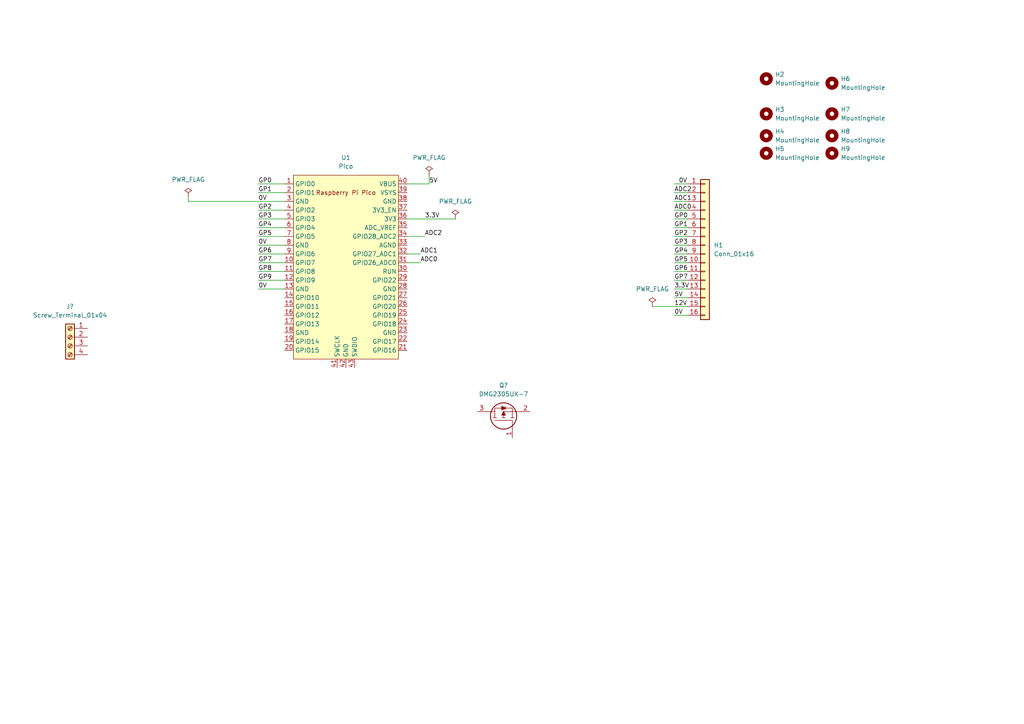
<source format=kicad_sch>
(kicad_sch (version 20211123) (generator eeschema)
  (paper "A4")
  (lib_symbols
    (symbol "Connector:Screw_Terminal_01x04" (pin_names (offset 1.016) hide)
      (property "Reference" "J" (at 0 5.08 0))
      (property "Value" "Screw_Terminal_01x04" (at 0 -7.62 0))
      (symbol "Screw_Terminal_01x04_1_1"
        (rectangle (start -1.27 3.81) (end 1.27 -6.35) (stroke (width 0.254)) (fill (type background)))
        (circle (center 0 -5.08) (radius 0.635) (stroke (width 0.1524)))
        (circle (center 0 -2.54) (radius 0.635) (stroke (width 0.1524)))
        (polyline (pts (xy -0.5334 -4.7498) (xy 0.3302 -5.588)) (stroke (width 0.1524)))
        (polyline (pts (xy -0.5334 -2.2098) (xy 0.3302 -3.048)) (stroke (width 0.1524)))
        (polyline (pts (xy -0.5334 0.3302) (xy 0.3302 -0.508)) (stroke (width 0.1524)))
        (polyline (pts (xy -0.5334 2.8702) (xy 0.3302 2.032)) (stroke (width 0.1524)))
        (polyline (pts (xy -0.3556 -4.572) (xy 0.508 -5.4102)) (stroke (width 0.1524)))
        (polyline (pts (xy -0.3556 -2.032) (xy 0.508 -2.8702)) (stroke (width 0.1524)))
        (polyline (pts (xy -0.3556 0.508) (xy 0.508 -0.3302)) (stroke (width 0.1524)))
        (polyline (pts (xy -0.3556 3.048) (xy 0.508 2.2098)) (stroke (width 0.1524)))
        (circle (center 0 0) (radius 0.635) (stroke (width 0.1524)))
        (circle (center 0 2.54) (radius 0.635) (stroke (width 0.1524)))
        (pin passive line (at -5.08 2.54 0) (length 3.81) (name "Pin_1") (number "1"))
        (pin passive line (at -5.08 0 0) (length 3.81) (name "Pin_2") (number "2"))
        (pin passive line (at -5.08 -2.54 0) (length 3.81) (name "Pin_3") (number "3"))
        (pin passive line (at -5.08 -5.08 0) (length 3.81) (name "Pin_4") (number "4"))
      )
    )
    (symbol "Connector_Generic:Conn_01x16" (pin_names (offset 1.016) hide)
      (property "Reference" "J" (at 0 20.32 0))
      (property "Value" "Conn_01x16" (at 0 -22.86 0))
      (symbol "Conn_01x16_1_1"
        (rectangle (start -1.27 -20.193) (end 0 -20.447) (stroke (width 0.1524)))
        (rectangle (start -1.27 -17.653) (end 0 -17.907) (stroke (width 0.1524)))
        (rectangle (start -1.27 -15.113) (end 0 -15.367) (stroke (width 0.1524)))
        (rectangle (start -1.27 -12.573) (end 0 -12.827) (stroke (width 0.1524)))
        (rectangle (start -1.27 -10.033) (end 0 -10.287) (stroke (width 0.1524)))
        (rectangle (start -1.27 -7.493) (end 0 -7.747) (stroke (width 0.1524)))
        (rectangle (start -1.27 -4.953) (end 0 -5.207) (stroke (width 0.1524)))
        (rectangle (start -1.27 -2.413) (end 0 -2.667) (stroke (width 0.1524)))
        (rectangle (start -1.27 0.127) (end 0 -0.127) (stroke (width 0.1524)))
        (rectangle (start -1.27 2.667) (end 0 2.413) (stroke (width 0.1524)))
        (rectangle (start -1.27 5.207) (end 0 4.953) (stroke (width 0.1524)))
        (rectangle (start -1.27 7.747) (end 0 7.493) (stroke (width 0.1524)))
        (rectangle (start -1.27 10.287) (end 0 10.033) (stroke (width 0.1524)))
        (rectangle (start -1.27 12.827) (end 0 12.573) (stroke (width 0.1524)))
        (rectangle (start -1.27 15.367) (end 0 15.113) (stroke (width 0.1524)))
        (rectangle (start -1.27 17.907) (end 0 17.653) (stroke (width 0.1524)))
        (rectangle (start -1.27 19.05) (end 1.27 -21.59) (stroke (width 0.254)) (fill (type background)))
        (pin passive line (at -5.08 17.78 0) (length 3.81) (name "Pin_1") (number "1"))
        (pin passive line (at -5.08 -5.08 0) (length 3.81) (name "Pin_10") (number "10"))
        (pin passive line (at -5.08 -7.62 0) (length 3.81) (name "Pin_11") (number "11"))
        (pin passive line (at -5.08 -10.16 0) (length 3.81) (name "Pin_12") (number "12"))
        (pin passive line (at -5.08 -12.7 0) (length 3.81) (name "Pin_13") (number "13"))
        (pin passive line (at -5.08 -15.24 0) (length 3.81) (name "Pin_14") (number "14"))
        (pin passive line (at -5.08 -17.78 0) (length 3.81) (name "Pin_15") (number "15"))
        (pin passive line (at -5.08 -20.32 0) (length 3.81) (name "Pin_16") (number "16"))
        (pin passive line (at -5.08 15.24 0) (length 3.81) (name "Pin_2") (number "2"))
        (pin passive line (at -5.08 12.7 0) (length 3.81) (name "Pin_3") (number "3"))
        (pin passive line (at -5.08 10.16 0) (length 3.81) (name "Pin_4") (number "4"))
        (pin passive line (at -5.08 7.62 0) (length 3.81) (name "Pin_5") (number "5"))
        (pin passive line (at -5.08 5.08 0) (length 3.81) (name "Pin_6") (number "6"))
        (pin passive line (at -5.08 2.54 0) (length 3.81) (name "Pin_7") (number "7"))
        (pin passive line (at -5.08 0 0) (length 3.81) (name "Pin_8") (number "8"))
        (pin passive line (at -5.08 -2.54 0) (length 3.81) (name "Pin_9") (number "9"))
      )
    )
    (symbol "DMG2305:DMG2305UX-7" (pin_names (offset 0.762))
      (property "Reference" "Q" (at 11.43 3.81 0))
      (property "Value" "DMG2305UX-7" (at 11.43 1.27 0))
      (symbol "DMG2305UX-7_0_0"
        (pin passive line (at 0 0 0) (length 2.54) (name "~") (number "1"))
        (pin passive line (at 7.62 -5.08 90) (length 2.54) (name "~") (number "2"))
        (pin passive line (at 7.62 10.16 270) (length 2.54) (name "~") (number "3"))
      )
      (symbol "DMG2305UX-7_0_1"
        (polyline (pts (xy 5.842 -0.508) (xy 5.842 0.508)) (stroke (width 0.1524)))
        (polyline (pts (xy 5.842 0) (xy 7.62 0)) (stroke (width 0.1524)))
        (polyline (pts (xy 5.842 2.032) (xy 5.842 3.048)) (stroke (width 0.1524)))
        (polyline (pts (xy 5.842 5.588) (xy 5.842 4.572)) (stroke (width 0.1524)))
        (polyline (pts (xy 7.62 2.54) (xy 5.842 2.54)) (stroke (width 0.1524)))
        (polyline (pts (xy 7.62 2.54) (xy 7.62 -2.54)) (stroke (width 0.1524)))
        (polyline (pts (xy 7.62 5.08) (xy 5.842 5.08)) (stroke (width 0.1524)))
        (polyline (pts (xy 7.62 5.08) (xy 7.62 7.62)) (stroke (width 0.1524)))
        (polyline (pts (xy 8.128 2.032) (xy 9.144 2.032)) (stroke (width 0.1524)))
        (polyline (pts (xy 2.54 0) (xy 5.08 0) (xy 5.08 5.08)) (stroke (width 0.1524)))
        (polyline (pts (xy 8.636 2.032) (xy 8.636 0) (xy 7.62 0)) (stroke (width 0.1524)))
        (polyline (pts (xy 8.636 3.048) (xy 8.636 5.08) (xy 7.62 5.08)) (stroke (width 0.1524)))
        (polyline (pts (xy 7.62 2.54) (xy 6.604 3.048) (xy 6.604 2.032) (xy 7.62 2.54)) (stroke (width 0.254)) (fill (type outline)))
        (polyline (pts (xy 8.636 2.032) (xy 8.128 3.048) (xy 9.144 3.048) (xy 8.636 2.032)) (stroke (width 0.254)) (fill (type outline)))
        (circle (center 6.35 2.54) (radius 3.81) (stroke (width 0.254)))
      )
    )
    (symbol "MCU_RaspberryPi_and_Boards:Pico"
      (property "Reference" "U" (at -13.97 27.94 0))
      (property "Value" "Pico" (at 0 19.05 0))
      (symbol "Pico_0_0"
        (text "Raspberry Pi Pico" (at 0 21.59 0) (effects (font (size 1.27 1.27))))
      )
      (symbol "Pico_0_1"
        (rectangle (start -15.24 26.67) (end 15.24 -26.67) (fill (type background)))
      )
      (symbol "Pico_1_1"
        (pin bidirectional line (at -17.78 24.13 0) (length 2.54) (name "GPIO0") (number "1"))
        (pin bidirectional line (at -17.78 1.27 0) (length 2.54) (name "GPIO7") (number "10"))
        (pin bidirectional line (at -17.78 -1.27 0) (length 2.54) (name "GPIO8") (number "11"))
        (pin bidirectional line (at -17.78 -3.81 0) (length 2.54) (name "GPIO9") (number "12"))
        (pin power_in line (at -17.78 -6.35 0) (length 2.54) (name "GND") (number "13"))
        (pin bidirectional line (at -17.78 -8.89 0) (length 2.54) (name "GPIO10") (number "14"))
        (pin bidirectional line (at -17.78 -11.43 0) (length 2.54) (name "GPIO11") (number "15"))
        (pin bidirectional line (at -17.78 -13.97 0) (length 2.54) (name "GPIO12") (number "16"))
        (pin bidirectional line (at -17.78 -16.51 0) (length 2.54) (name "GPIO13") (number "17"))
        (pin power_in line (at -17.78 -19.05 0) (length 2.54) (name "GND") (number "18"))
        (pin bidirectional line (at -17.78 -21.59 0) (length 2.54) (name "GPIO14") (number "19"))
        (pin bidirectional line (at -17.78 21.59 0) (length 2.54) (name "GPIO1") (number "2"))
        (pin bidirectional line (at -17.78 -24.13 0) (length 2.54) (name "GPIO15") (number "20"))
        (pin bidirectional line (at 17.78 -24.13 180) (length 2.54) (name "GPIO16") (number "21"))
        (pin bidirectional line (at 17.78 -21.59 180) (length 2.54) (name "GPIO17") (number "22"))
        (pin power_in line (at 17.78 -19.05 180) (length 2.54) (name "GND") (number "23"))
        (pin bidirectional line (at 17.78 -16.51 180) (length 2.54) (name "GPIO18") (number "24"))
        (pin bidirectional line (at 17.78 -13.97 180) (length 2.54) (name "GPIO19") (number "25"))
        (pin bidirectional line (at 17.78 -11.43 180) (length 2.54) (name "GPIO20") (number "26"))
        (pin bidirectional line (at 17.78 -8.89 180) (length 2.54) (name "GPIO21") (number "27"))
        (pin power_in line (at 17.78 -6.35 180) (length 2.54) (name "GND") (number "28"))
        (pin bidirectional line (at 17.78 -3.81 180) (length 2.54) (name "GPIO22") (number "29"))
        (pin power_in line (at -17.78 19.05 0) (length 2.54) (name "GND") (number "3"))
        (pin input line (at 17.78 -1.27 180) (length 2.54) (name "RUN") (number "30"))
        (pin bidirectional line (at 17.78 1.27 180) (length 2.54) (name "GPIO26_ADC0") (number "31"))
        (pin bidirectional line (at 17.78 3.81 180) (length 2.54) (name "GPIO27_ADC1") (number "32"))
        (pin power_in line (at 17.78 6.35 180) (length 2.54) (name "AGND") (number "33"))
        (pin bidirectional line (at 17.78 8.89 180) (length 2.54) (name "GPIO28_ADC2") (number "34"))
        (pin power_in line (at 17.78 11.43 180) (length 2.54) (name "ADC_VREF") (number "35"))
        (pin power_in line (at 17.78 13.97 180) (length 2.54) (name "3V3") (number "36"))
        (pin input line (at 17.78 16.51 180) (length 2.54) (name "3V3_EN") (number "37"))
        (pin bidirectional line (at 17.78 19.05 180) (length 2.54) (name "GND") (number "38"))
        (pin power_in line (at 17.78 21.59 180) (length 2.54) (name "VSYS") (number "39"))
        (pin bidirectional line (at -17.78 16.51 0) (length 2.54) (name "GPIO2") (number "4"))
        (pin power_in line (at 17.78 24.13 180) (length 2.54) (name "VBUS") (number "40"))
        (pin input line (at -2.54 -29.21 90) (length 2.54) (name "SWCLK") (number "41"))
        (pin power_in line (at 0 -29.21 90) (length 2.54) (name "GND") (number "42"))
        (pin bidirectional line (at 2.54 -29.21 90) (length 2.54) (name "SWDIO") (number "43"))
        (pin bidirectional line (at -17.78 13.97 0) (length 2.54) (name "GPIO3") (number "5"))
        (pin bidirectional line (at -17.78 11.43 0) (length 2.54) (name "GPIO4") (number "6"))
        (pin bidirectional line (at -17.78 8.89 0) (length 2.54) (name "GPIO5") (number "7"))
        (pin power_in line (at -17.78 6.35 0) (length 2.54) (name "GND") (number "8"))
        (pin bidirectional line (at -17.78 3.81 0) (length 2.54) (name "GPIO6") (number "9"))
      )
    )
    (symbol "Mechanical:MountingHole" (pin_names (offset 1.016))
      (property "Reference" "H" (at 0 5.08 0))
      (property "Value" "MountingHole" (at 0 3.175 0))
      (symbol "MountingHole_0_1"
        (circle (center 0 0) (radius 1.27) (stroke (width 1.27)))
      )
    )
    (symbol "power:PWR_FLAG" (power) (pin_numbers hide) (pin_names (offset 0) hide)
      (property "Value" "PWR_FLAG" (at 0 3.81 0))
      (symbol "PWR_FLAG_0_0"
        (pin power_out line (at 0 0 90) (length 0) (name "pwr") (number "1"))
      )
      (symbol "PWR_FLAG_0_1"
        (polyline (pts (xy 0 0) (xy 0 1.27) (xy -1.016 1.905) (xy 0 2.54) (xy 1.016 1.905) (xy 0 1.27)))
      )
    )
  )
  (wire (pts (xy 118.11 63.5) (xy 132.08 63.5)))
  (wire (pts (xy 195.58 73.66) (xy 199.39 73.66)))
  (wire (pts (xy 124.46 50.8) (xy 124.46 53.34)))
  (wire (pts (xy 195.58 63.5) (xy 199.39 63.5)))
  (wire (pts (xy 195.58 58.42) (xy 199.39 58.42)))
  (wire (pts (xy 195.58 55.88) (xy 199.39 55.88)))
  (wire (pts (xy 74.93 60.96) (xy 82.55 60.96)))
  (wire (pts (xy 74.93 63.5) (xy 82.55 63.5)))
  (wire (pts (xy 118.11 68.58) (xy 123.19 68.58)))
  (wire (pts (xy 118.11 76.2) (xy 121.92 76.2)))
  (wire (pts (xy 195.58 53.34) (xy 199.39 53.34)))
  (wire (pts (xy 195.58 60.96) (xy 199.39 60.96)))
  (wire (pts (xy 74.93 78.74) (xy 82.55 78.74)))
  (wire (pts (xy 74.93 73.66) (xy 82.55 73.66)))
  (wire (pts (xy 189.23 88.9) (xy 199.39 88.9)))
  (wire (pts (xy 54.61 58.42) (xy 82.55 58.42)))
  (wire (pts (xy 74.93 71.12) (xy 82.55 71.12)))
  (wire (pts (xy 118.11 73.66) (xy 121.92 73.66)))
  (wire (pts (xy 74.93 81.28) (xy 82.55 81.28)))
  (wire (pts (xy 74.93 66.04) (xy 82.55 66.04)))
  (wire (pts (xy 74.93 83.82) (xy 82.55 83.82)))
  (wire (pts (xy 54.61 57.15) (xy 54.61 58.42)))
  (wire (pts (xy 195.58 86.36) (xy 199.39 86.36)))
  (wire (pts (xy 118.11 53.34) (xy 124.46 53.34)))
  (wire (pts (xy 195.58 91.44) (xy 199.39 91.44)))
  (wire (pts (xy 195.58 71.12) (xy 199.39 71.12)))
  (wire (pts (xy 195.58 81.28) (xy 199.39 81.28)))
  (wire (pts (xy 195.58 66.04) (xy 199.39 66.04)))
  (wire (pts (xy 74.93 68.58) (xy 82.55 68.58)))
  (wire (pts (xy 74.93 55.88) (xy 82.55 55.88)))
  (wire (pts (xy 74.93 53.34) (xy 82.55 53.34)))
  (wire (pts (xy 195.58 76.2) (xy 199.39 76.2)))
  (wire (pts (xy 74.93 76.2) (xy 82.55 76.2)))
  (wire (pts (xy 195.58 78.74) (xy 199.39 78.74)))
  (wire (pts (xy 195.58 83.82) (xy 199.39 83.82)))
  (wire (pts (xy 195.58 68.58) (xy 199.39 68.58)))
  (label "5V" (at 195.58 86.36 0))
  (label "ADC1" (at 195.58 58.42 0))
  (label "0V" (at 196.85 53.34 0))
  (label "3.3V" (at 195.58 83.82 0))
  (label "GP8" (at 74.93 78.74 0))
  (label "GP3" (at 195.58 71.12 0))
  (label "GP5" (at 195.58 76.2 0))
  (label "GP1" (at 74.93 55.88 0))
  (label "ADC0" (at 195.58 60.96 0))
  (label "ADC2" (at 123.19 68.58 0))
  (label "GP6" (at 74.93 73.66 0))
  (label "GP7" (at 195.58 81.28 0))
  (label "0V" (at 74.93 83.82 0))
  (label "GP7" (at 74.93 76.2 0))
  (label "GP6" (at 195.58 78.74 0))
  (label "5V" (at 124.46 53.34 0))
  (label "12V" (at 195.58 88.9 0))
  (label "GP9" (at 74.93 81.28 0))
  (label "0V" (at 74.93 71.12 0))
  (label "GP0" (at 195.58 63.5 0))
  (label "0V" (at 195.58 91.44 0))
  (label "GP4" (at 74.93 66.04 0))
  (label "GP2" (at 195.58 68.58 0))
  (label "GP0" (at 74.93 53.34 0))
  (label "GP1" (at 195.58 66.04 0))
  (label "GP5" (at 74.93 68.58 0))
  (label "0V" (at 74.93 58.42 0))
  (label "3.3V" (at 123.19 63.5 0))
  (label "ADC1" (at 121.92 73.66 0))
  (label "GP3" (at 74.93 63.5 0))
  (label "GP2" (at 74.93 60.96 0))
  (label "ADC0" (at 121.92 76.2 0))
  (label "ADC2" (at 195.58 55.88 0))
  (label "GP4" (at 195.58 73.66 0))
  (symbol (lib_id "Connector_Generic:Conn_01x16") (at 204.47 71.12 0) (unit 1)
    (property "Reference" "H1" (at 207.01 71.1199 0) (effects (justify left)))
    (property "Value" "Conn_01x16" (at 207.01 73.6599 0) (effects (justify left)))
    (property "Footprint" "Connector_PinHeader_2.54mm:PinHeader_1x16_P2.54mm_Vertical" (effects hide))
  )
  (symbol (lib_id "DMG2305:DMG2305UX-7") (at 148.59 127 90) (unit 1)
    (property "Reference" "Q?" (at 146.05 111.76 90))
    (property "Value" "DMG2305UX-7" (at 146.05 114.3 90))
    (property "Footprint" "SOT96P240X110-3N" (effects hide))
    (property "Datasheet" "https://www.diodes.com/assets/Datasheets/DMG2305UX.pdf" (effects hide))
    (property "Description" "MOSFET P-Ch 20V 5A Enhancement SOT23 Diodes Inc DMG2305UX-7 P-channel MOSFET Transistor, -3.3 A, -20 V, 3-Pin SOT-23" (effects hide))
    (property "Height" "1.1" (effects hide))
    (property "Mouser Part Number" "621-DMG2305UX-7" (effects hide))
    (property "Mouser Price/Stock" "https://www.mouser.co.uk/ProductDetail/Diodes-Incorporated/DMG2305UX-7?qs=L1DZKBg7t5F%2FNBHrjfxC%252Bg%3D%3D" (effects hide))
    (property "Manufacturer_Name" "Diodes Inc." (effects hide))
    (property "Manufacturer_Part_Number" "DMG2305UX-7" (effects hide))
  )
  (symbol (lib_id "power:PWR_FLAG") (at 124.46 50.8 0) (unit 1)
    (property "Reference" "#FLG02" (effects hide))
    (property "Value" "PWR_FLAG" (at 124.46 45.72 0))
  )
  (symbol (lib_id "Mechanical:MountingHole") (at 222.25 22.86 0) (unit 1)
    (property "Reference" "H2" (at 224.79 21.5899 0) (effects (justify left)))
    (property "Value" "MountingHole" (at 224.79 24.1299 0) (effects (justify left)))
    (property "Footprint" "MountingHole:MountingHole_3.2mm_M3" (effects hide))
  )
  (symbol (lib_id "power:PWR_FLAG") (at 189.23 88.9 0) (unit 1)
    (property "Reference" "#FLG04" (effects hide))
    (property "Value" "PWR_FLAG" (at 189.23 83.82 0))
  )
  (symbol (lib_id "power:PWR_FLAG") (at 132.08 63.5 0) (unit 1)
    (property "Reference" "#FLG03" (effects hide))
    (property "Value" "PWR_FLAG" (at 132.08 58.42 0))
  )
  (symbol (lib_id "Mechanical:MountingHole") (at 222.25 33.02 0) (unit 1)
    (property "Reference" "H3" (at 224.79 31.7499 0) (effects (justify left)))
    (property "Value" "MountingHole" (at 224.79 34.2899 0) (effects (justify left)))
    (property "Footprint" "MountingHole:MountingHole_3.2mm_M3" (effects hide))
  )
  (symbol (lib_id "MCU_RaspberryPi_and_Boards:Pico") (at 100.33 77.47 0) (unit 1)
    (property "Reference" "U1" (at 100.33 45.72 0))
    (property "Value" "Pico" (at 100.33 48.26 0))
    (property "Footprint" "MCU_RaspberryPi_and_Boards:RPi_Pico_SMD_TH" (effects hide))
  )
  (symbol (lib_id "Mechanical:MountingHole") (at 222.25 44.45 0) (unit 1)
    (property "Reference" "H5" (at 224.79 43.1799 0) (effects (justify left)))
    (property "Value" "MountingHole" (at 224.79 45.7199 0) (effects (justify left)))
    (property "Footprint" "MountingHole:MountingHole_3.2mm_M3" (effects hide))
  )
  (symbol (lib_id "Mechanical:MountingHole") (at 241.3 33.02 0) (unit 1)
    (property "Reference" "H7" (at 243.84 31.7499 0) (effects (justify left)))
    (property "Value" "MountingHole" (at 243.84 34.2899 0) (effects (justify left)))
    (property "Footprint" "MountingHole:MountingHole_3.2mm_M3" (effects hide))
  )
  (symbol (lib_id "Mechanical:MountingHole") (at 241.3 44.45 0) (unit 1)
    (property "Reference" "H9" (at 243.84 43.1799 0) (effects (justify left)))
    (property "Value" "MountingHole" (at 243.84 45.7199 0) (effects (justify left)))
    (property "Footprint" "MountingHole:MountingHole_3.2mm_M3" (effects hide))
  )
  (symbol (lib_id "Mechanical:MountingHole") (at 241.3 24.13 0) (unit 1)
    (property "Reference" "H6" (at 243.84 22.8599 0) (effects (justify left)))
    (property "Value" "MountingHole" (at 243.84 25.3999 0) (effects (justify left)))
    (property "Footprint" "MountingHole:MountingHole_3.2mm_M3" (effects hide))
  )
  (symbol (lib_id "Connector:Screw_Terminal_01x04") (at 20.32 97.79 0) (mirror y) (unit 1)
    (property "Reference" "J?" (at 20.32 88.9 0))
    (property "Value" "Screw_Terminal_01x04" (at 20.32 91.44 0))
  )
  (symbol (lib_id "Mechanical:MountingHole") (at 222.25 39.37 0) (unit 1)
    (property "Reference" "H4" (at 224.79 38.0999 0) (effects (justify left)))
    (property "Value" "MountingHole" (at 224.79 40.6399 0) (effects (justify left)))
    (property "Footprint" "MountingHole:MountingHole_3.2mm_M3" (effects hide))
  )
  (symbol (lib_id "Mechanical:MountingHole") (at 241.3 39.37 0) (unit 1)
    (property "Reference" "H8" (at 243.84 38.0999 0) (effects (justify left)))
    (property "Value" "MountingHole" (at 243.84 40.6399 0) (effects (justify left)))
    (property "Footprint" "MountingHole:MountingHole_3.2mm_M3" (effects hide))
  )
  (symbol (lib_id "power:PWR_FLAG") (at 54.61 57.15 0) (unit 1)
    (property "Reference" "#FLG01" (effects hide))
    (property "Value" "PWR_FLAG" (at 54.61 52.07 0))
  )
)
</source>
